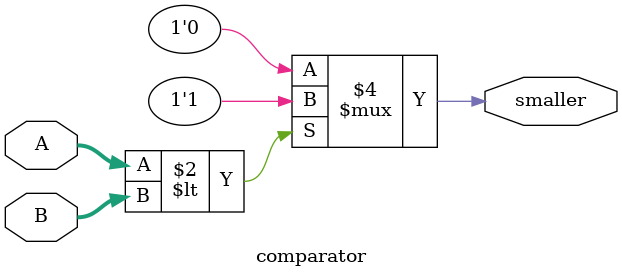
<source format=v>
`timescale 1ns / 1ps
module comparator(input [3:0] A, input [3:0] B, output reg smaller);
//parameter datain_width = 4;
//input [datain_width-1:0] A;
//input [datain_width-1:0] B;
//output reg smaller;
always @ (A,B)
begin 
    if (A[3:0] < B[3:0])
        smaller = 1'b1;
    else
        smaller = 1'b0;
end 
endmodule

</source>
